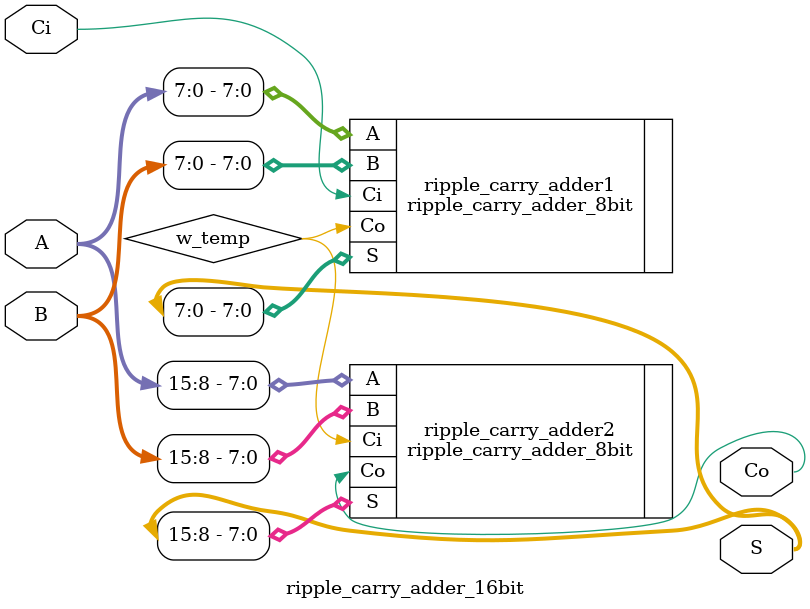
<source format=v>
module  ripple_carry_adder_16bit (
    A,
    B,
    Ci,
    S,
    Co
);

    input [15:0] A, B;
    input Ci;
    output [15:0] S;
    output Co;
    wire w_temp;

    ripple_carry_adder_8bit ripple_carry_adder1(.A(A[7:0]), .B(B[7:0]), .Ci(Ci), .S(S[7:0]), .Co(w_temp));
    ripple_carry_adder_8bit ripple_carry_adder2(.A(A[15:8]), .B(B[15:8]), .Ci(w_temp), .S(S[15:8]), .Co(Co));
    
endmodule
</source>
